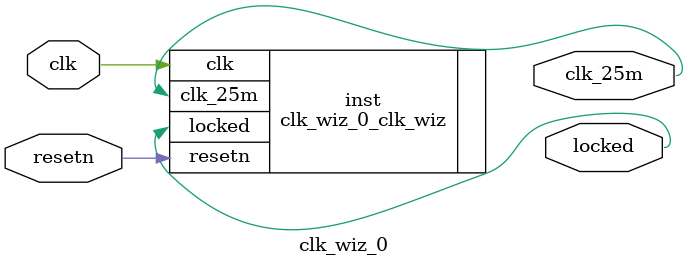
<source format=v>


`timescale 1ps/1ps

(* CORE_GENERATION_INFO = "clk_wiz_0,clk_wiz_v6_0_6_0_0,{component_name=clk_wiz_0,use_phase_alignment=true,use_min_o_jitter=false,use_max_i_jitter=false,use_dyn_phase_shift=false,use_inclk_switchover=false,use_dyn_reconfig=false,enable_axi=0,feedback_source=FDBK_AUTO,PRIMITIVE=PLL,num_out_clk=1,clkin1_period=20.000,clkin2_period=10.0,use_power_down=false,use_reset=true,use_locked=true,use_inclk_stopped=false,feedback_type=SINGLE,CLOCK_MGR_TYPE=NA,manual_override=false}" *)

module clk_wiz_0 
 (
  // Clock out ports
  output        clk_25m,
  // Status and control signals
  input         resetn,
  output        locked,
 // Clock in ports
  input         clk
 );

  clk_wiz_0_clk_wiz inst
  (
  // Clock out ports  
  .clk_25m(clk_25m),
  // Status and control signals               
  .resetn(resetn), 
  .locked(locked),
 // Clock in ports
  .clk(clk)
  );

endmodule

</source>
